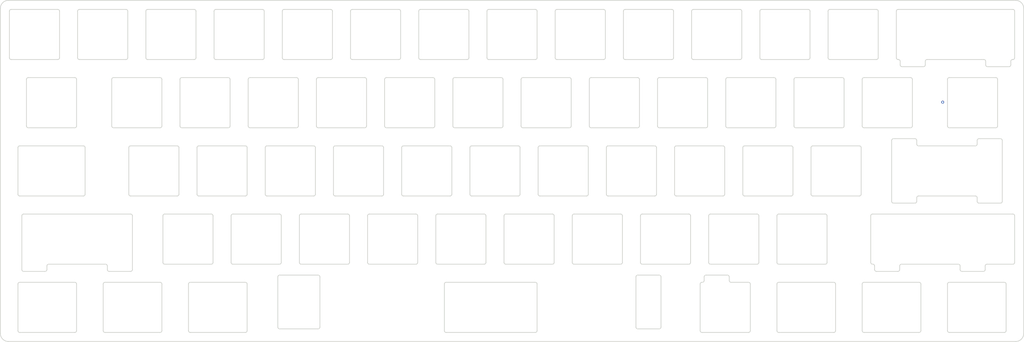
<source format=kicad_pcb>
(kicad_pcb (version 20171130) (host pcbnew "(5.1.4)-1")

  (general
    (thickness 1.6)
    (drawings 576)
    (tracks 1)
    (zones 0)
    (modules 0)
    (nets 1)
  )

  (page A4)
  (layers
    (0 F.Cu signal)
    (31 B.Cu signal)
    (32 B.Adhes user)
    (33 F.Adhes user)
    (34 B.Paste user)
    (35 F.Paste user)
    (36 B.SilkS user)
    (37 F.SilkS user)
    (38 B.Mask user)
    (39 F.Mask user)
    (40 Dwgs.User user)
    (41 Cmts.User user)
    (42 Eco1.User user)
    (43 Eco2.User user)
    (44 Edge.Cuts user)
    (45 Margin user)
    (46 B.CrtYd user)
    (47 F.CrtYd user)
    (48 B.Fab user)
    (49 F.Fab user)
  )

  (setup
    (last_trace_width 0.25)
    (trace_clearance 0.2)
    (zone_clearance 0.508)
    (zone_45_only no)
    (trace_min 0.2)
    (via_size 0.8)
    (via_drill 0.4)
    (via_min_size 0.4)
    (via_min_drill 0.3)
    (uvia_size 0.3)
    (uvia_drill 0.1)
    (uvias_allowed no)
    (uvia_min_size 0.2)
    (uvia_min_drill 0.1)
    (edge_width 0.05)
    (segment_width 0.2)
    (pcb_text_width 0.3)
    (pcb_text_size 1.5 1.5)
    (mod_edge_width 0.12)
    (mod_text_size 1 1)
    (mod_text_width 0.15)
    (pad_size 1.524 1.524)
    (pad_drill 0.762)
    (pad_to_mask_clearance 0.051)
    (solder_mask_min_width 0.25)
    (aux_axis_origin 0 0)
    (visible_elements 7FFFFFFF)
    (pcbplotparams
      (layerselection 0x010fc_ffffffff)
      (usegerberextensions false)
      (usegerberattributes false)
      (usegerberadvancedattributes false)
      (creategerberjobfile false)
      (excludeedgelayer true)
      (linewidth 0.100000)
      (plotframeref false)
      (viasonmask false)
      (mode 1)
      (useauxorigin false)
      (hpglpennumber 1)
      (hpglpenspeed 20)
      (hpglpendiameter 15.000000)
      (psnegative false)
      (psa4output false)
      (plotreference true)
      (plotvalue false)
      (plotinvisibletext false)
      (padsonsilk true)
      (subtractmaskfromsilk false)
      (outputformat 1)
      (mirror false)
      (drillshape 0)
      (scaleselection 1)
      (outputdirectory "./gerber"))
  )

  (net 0 "")

  (net_class Default "This is the default net class."
    (clearance 0.2)
    (trace_width 0.25)
    (via_dia 0.8)
    (via_drill 0.4)
    (uvia_dia 0.3)
    (uvia_drill 0.1)
  )

  (gr_line (start 53.5 57) (end 66.5 57) (layer Edge.Cuts) (width 0.2))
  (gr_line (start 15.4 57) (end 28.4 57) (layer Edge.Cuts) (width 0.2))
  (gr_line (start 172.0625 100.65) (end 172.0625 113.65) (layer Edge.Cuts) (width 0.2))
  (gr_line (start 34.45 57) (end 47.45 57) (layer Edge.Cuts) (width 0.2))
  (gr_line (start 28.9 43.5) (end 28.9 56.5) (layer Edge.Cuts) (width 0.2))
  (gr_line (start 95.8625 100.65) (end 95.8625 113.65) (layer Edge.Cuts) (width 0.2))
  (gr_arc (start 66.5 43.5) (end 67 43.5) (angle -90) (layer Edge.Cuts) (width 0.2))
  (gr_line (start 191.1125 100.65) (end 191.1125 113.65) (layer Edge.Cuts) (width 0.2))
  (gr_line (start 15.4 43) (end 28.4 43) (layer Edge.Cuts) (width 0.2))
  (gr_line (start 210.1625 100.65) (end 210.1625 113.65) (layer Edge.Cuts) (width 0.2))
  (gr_arc (start 28.4 43.5) (end 28.9 43.5) (angle -90) (layer Edge.Cuts) (width 0.2))
  (gr_line (start 114.9125 100.65) (end 114.9125 113.65) (layer Edge.Cuts) (width 0.2))
  (gr_arc (start 28.4 56.5) (end 28.4 57) (angle -90) (layer Edge.Cuts) (width 0.2))
  (gr_arc (start 17.78125 81.6) (end 17.78125 81.1) (angle -90) (layer Edge.Cuts) (width 0.2))
  (gr_line (start 72.55 57) (end 85.55 57) (layer Edge.Cuts) (width 0.2))
  (gr_arc (start 215.4 117.7) (end 215.9 117.7) (angle -90) (layer Edge.Cuts) (width 0.2))
  (gr_arc (start 80.7875 132.7) (end 80.7875 133.2) (angle -90) (layer Edge.Cuts) (width 0.2))
  (gr_arc (start 255.90625 100.65) (end 255.90625 100.15) (angle -90) (layer Edge.Cuts) (width 0.2))
  (gr_line (start 298.125 42.725) (end 298.125 133.475) (layer Edge.Cuts) (width 0.2))
  (gr_line (start 34.45 43) (end 47.45 43) (layer Edge.Cuts) (width 0.2))
  (gr_arc (start 33.1625 132.7) (end 33.1625 133.2) (angle -90) (layer Edge.Cuts) (width 0.2))
  (gr_line (start 153.0125 100.65) (end 153.0125 113.65) (layer Edge.Cuts) (width 0.2))
  (gr_arc (start 47.45 56.5) (end 47.45 57) (angle -90) (layer Edge.Cuts) (width 0.2))
  (gr_line (start 86.05 43.5) (end 86.05 56.5) (layer Edge.Cuts) (width 0.2))
  (gr_arc (start 85.55 56.5) (end 85.55 57) (angle -90) (layer Edge.Cuts) (width 0.2))
  (gr_arc (start 72.55 56.5) (end 72.05 56.5) (angle -90) (layer Edge.Cuts) (width 0.2))
  (gr_line (start 133.9625 100.65) (end 133.9625 113.65) (layer Edge.Cuts) (width 0.2))
  (gr_line (start 229.2125 100.65) (end 229.2125 113.65) (layer Edge.Cuts) (width 0.2))
  (gr_line (start 47.95 43.5) (end 47.95 56.5) (layer Edge.Cuts) (width 0.2))
  (gr_arc (start 15.4 43.5) (end 15.4 43) (angle -90) (layer Edge.Cuts) (width 0.2))
  (gr_arc (start 161.75 132.7) (end 161.75 133.2) (angle -90) (layer Edge.Cuts) (width 0.2))
  (gr_arc (start 15.4 56.5) (end 14.9 56.5) (angle -90) (layer Edge.Cuts) (width 0.2))
  (gr_arc (start 56.975 132.7) (end 56.975 133.2) (angle -90) (layer Edge.Cuts) (width 0.2))
  (gr_arc (start 53.5 43.5) (end 53.5 43) (angle -90) (layer Edge.Cuts) (width 0.2))
  (gr_line (start 53.5 43) (end 66.5 43) (layer Edge.Cuts) (width 0.2))
  (gr_line (start 67 43.5) (end 67 56.5) (layer Edge.Cuts) (width 0.2))
  (gr_arc (start 277.3375 119.7) (end 277.3375 119.2) (angle -90) (layer Edge.Cuts) (width 0.2))
  (gr_arc (start 47.45 43.5) (end 47.95 43.5) (angle -90) (layer Edge.Cuts) (width 0.2))
  (gr_line (start 196.84375 131.7) (end 196.84375 117.7) (layer Edge.Cuts) (width 0.2))
  (gr_arc (start 34.45 56.5) (end 33.95 56.5) (angle -90) (layer Edge.Cuts) (width 0.2))
  (gr_arc (start 66.5 56.5) (end 66.5 57) (angle -90) (layer Edge.Cuts) (width 0.2))
  (gr_arc (start 53.5 56.5) (end 53 56.5) (angle -90) (layer Edge.Cuts) (width 0.2))
  (gr_arc (start 34.45 43.5) (end 34.45 43) (angle -90) (layer Edge.Cuts) (width 0.2))
  (gr_arc (start 101.1 131.7) (end 101.1 132.2) (angle -90) (layer Edge.Cuts) (width 0.2))
  (gr_arc (start 253.525 119.7) (end 253.525 119.2) (angle -90) (layer Edge.Cuts) (width 0.2))
  (gr_arc (start 229.7125 119.7) (end 229.7125 119.2) (angle -90) (layer Edge.Cuts) (width 0.2))
  (gr_line (start 233.975 62.55) (end 233.975 75.55) (layer Edge.Cuts) (width 0.2))
  (gr_line (start 214.925 62.55) (end 214.925 75.55) (layer Edge.Cuts) (width 0.2))
  (gr_line (start 195.875 62.55) (end 195.875 75.55) (layer Edge.Cuts) (width 0.2))
  (gr_line (start 176.825 62.55) (end 176.825 75.55) (layer Edge.Cuts) (width 0.2))
  (gr_line (start 157.775 62.55) (end 157.775 75.55) (layer Edge.Cuts) (width 0.2))
  (gr_line (start 43.475 62.55) (end 43.475 75.55) (layer Edge.Cuts) (width 0.2))
  (gr_line (start 62.525 62.55) (end 62.525 75.55) (layer Edge.Cuts) (width 0.2))
  (gr_line (start 76.8125 100.65) (end 76.8125 113.65) (layer Edge.Cuts) (width 0.2))
  (gr_line (start 57.7625 100.65) (end 57.7625 113.65) (layer Edge.Cuts) (width 0.2))
  (gr_line (start 81.575 62.55) (end 81.575 75.55) (layer Edge.Cuts) (width 0.2))
  (gr_line (start 276.8375 62.55) (end 276.8375 75.55) (layer Edge.Cuts) (width 0.2))
  (gr_line (start 42.24425 114.65) (end 42.24425 115.65) (layer Edge.Cuts) (width 0.2))
  (gr_line (start 285.13175 95.6) (end 285.13175 96.6) (layer Edge.Cuts) (width 0.2))
  (gr_line (start 238.7375 81.6) (end 238.7375 94.6) (layer Edge.Cuts) (width 0.2))
  (gr_line (start 219.6875 81.6) (end 219.6875 94.6) (layer Edge.Cuts) (width 0.2))
  (gr_line (start 200.6375 81.6) (end 200.6375 94.6) (layer Edge.Cuts) (width 0.2))
  (gr_line (start 253.025 62.55) (end 253.025 75.55) (layer Edge.Cuts) (width 0.2))
  (gr_line (start 48.2375 81.6) (end 48.2375 94.6) (layer Edge.Cuts) (width 0.2))
  (gr_line (start 181.5875 81.6) (end 181.5875 94.6) (layer Edge.Cuts) (width 0.2))
  (gr_line (start 162.5375 81.6) (end 162.5375 94.6) (layer Edge.Cuts) (width 0.2))
  (gr_line (start 86.3375 81.6) (end 86.3375 94.6) (layer Edge.Cuts) (width 0.2))
  (gr_line (start 138.725 62.55) (end 138.725 75.55) (layer Edge.Cuts) (width 0.2))
  (gr_line (start 143.4875 81.6) (end 143.4875 94.6) (layer Edge.Cuts) (width 0.2))
  (gr_line (start 105.3875 81.6) (end 105.3875 94.6) (layer Edge.Cuts) (width 0.2))
  (gr_line (start 119.675 62.55) (end 119.675 75.55) (layer Edge.Cuts) (width 0.2))
  (gr_line (start 100.625 62.55) (end 100.625 75.55) (layer Edge.Cuts) (width 0.2))
  (gr_line (start 124.4375 81.6) (end 124.4375 94.6) (layer Edge.Cuts) (width 0.2))
  (gr_line (start 67.2875 81.6) (end 67.2875 94.6) (layer Edge.Cuts) (width 0.2))
  (gr_arc (start 295.875 133.475) (end 295.875 135.725) (angle -90) (layer Edge.Cuts) (width 0.2))
  (gr_arc (start 295.875 42.725) (end 298.125 42.725) (angle -90) (layer Edge.Cuts) (width 0.2))
  (gr_arc (start 271.137 57.5) (end 271.137 57) (angle -90) (layer Edge.Cuts) (width 0.2))
  (gr_arc (start 295.013 57.5) (end 295.013 57) (angle -90) (layer Edge.Cuts) (width 0.2))
  (gr_line (start 167.3 43.5) (end 167.3 56.5) (layer Edge.Cuts) (width 0.2))
  (gr_line (start 110.15 43.5) (end 110.15 56.5) (layer Edge.Cuts) (width 0.2))
  (gr_arc (start 48.74425 100.65) (end 49.24425 100.65) (angle -90) (layer Edge.Cuts) (width 0.2))
  (gr_arc (start 268.75575 80.6) (end 268.25575 80.6) (angle -90) (layer Edge.Cuts) (width 0.2))
  (gr_arc (start 18.86825 100.65) (end 18.86825 100.15) (angle -90) (layer Edge.Cuts) (width 0.2))
  (gr_arc (start 287.86925 114.65) (end 287.86925 114.15) (angle -90) (layer Edge.Cuts) (width 0.2))
  (gr_arc (start 255.99325 114.65) (end 256.49325 114.65) (angle -90) (layer Edge.Cuts) (width 0.2))
  (gr_arc (start 287.013 57.5) (end 287.513 57.5) (angle -90) (layer Edge.Cuts) (width 0.2))
  (gr_line (start 72.05 43.5) (end 72.05 56.5) (layer Edge.Cuts) (width 0.2))
  (gr_arc (start 268.75575 95.6) (end 268.75575 95.1) (angle -90) (layer Edge.Cuts) (width 0.2))
  (gr_line (start 19.6625 62.55) (end 19.6625 75.55) (layer Edge.Cuts) (width 0.2))
  (gr_line (start 148.25 43.5) (end 148.25 56.5) (layer Edge.Cuts) (width 0.2))
  (gr_line (start 243.5 43.5) (end 243.5 56.5) (layer Edge.Cuts) (width 0.2))
  (gr_arc (start 284.63175 95.6) (end 285.13175 95.6) (angle -90) (layer Edge.Cuts) (width 0.2))
  (gr_line (start 224.45 43.5) (end 224.45 56.5) (layer Edge.Cuts) (width 0.2))
  (gr_arc (start 14.625 42.725) (end 14.625 40.475) (angle -90) (layer Edge.Cuts) (width 0.2))
  (gr_arc (start 14.625 133.475) (end 12.375 133.475) (angle -90) (layer Edge.Cuts) (width 0.2))
  (gr_arc (start 284.63175 80.6) (end 284.63175 81.1) (angle -90) (layer Edge.Cuts) (width 0.2))
  (gr_line (start 205.4 43.5) (end 205.4 56.5) (layer Edge.Cuts) (width 0.2))
  (gr_line (start 186.35 43.5) (end 186.35 56.5) (layer Edge.Cuts) (width 0.2))
  (gr_line (start 91.1 43.5) (end 91.1 56.5) (layer Edge.Cuts) (width 0.2))
  (gr_arc (start 25.86825 114.65) (end 25.86825 114.15) (angle -90) (layer Edge.Cuts) (width 0.2))
  (gr_arc (start 263.99325 114.65) (end 263.99325 114.15) (angle -90) (layer Edge.Cuts) (width 0.2))
  (gr_arc (start 263.137 57.5) (end 263.637 57.5) (angle -90) (layer Edge.Cuts) (width 0.2))
  (gr_line (start 129.2 43.5) (end 129.2 56.5) (layer Edge.Cuts) (width 0.2))
  (gr_line (start 53 43.5) (end 53 56.5) (layer Edge.Cuts) (width 0.2))
  (gr_line (start 33.95 43.5) (end 33.95 56.5) (layer Edge.Cuts) (width 0.2))
  (gr_line (start 14.9 43.5) (end 14.9 56.5) (layer Edge.Cuts) (width 0.2))
  (gr_arc (start 263.05 43.5) (end 263.05 43) (angle -90) (layer Edge.Cuts) (width 0.2))
  (gr_arc (start 279.86925 114.65) (end 280.36925 114.65) (angle -90) (layer Edge.Cuts) (width 0.2))
  (gr_arc (start 216.4 118.7) (end 215.9 118.7) (angle -90) (layer Edge.Cuts) (width 0.2))
  (gr_arc (start 41.74425 114.65) (end 42.24425 114.65) (angle -90) (layer Edge.Cuts) (width 0.2))
  (gr_arc (start 208.4 118.7) (end 208.4 119.2) (angle -90) (layer Edge.Cuts) (width 0.2))
  (gr_arc (start 295.1 43.5) (end 295.6 43.5) (angle -90) (layer Edge.Cuts) (width 0.2))
  (gr_line (start 263.05 43) (end 295.1 43) (layer Edge.Cuts) (width 0.2))
  (gr_line (start 295.6 43.5) (end 295.6 56.5) (layer Edge.Cuts) (width 0.2))
  (gr_line (start 262.55 43.5) (end 262.55 56.5) (layer Edge.Cuts) (width 0.2))
  (gr_line (start 287.36925 114.65) (end 287.36925 115.65) (layer Edge.Cuts) (width 0.2))
  (gr_line (start 263.637 57.5) (end 263.637 58.5) (layer Edge.Cuts) (width 0.2))
  (gr_arc (start 280.86925 115.65) (end 280.36925 115.65) (angle -90) (layer Edge.Cuts) (width 0.2))
  (gr_arc (start 35.54375 94.6) (end 35.54375 95.1) (angle -90) (layer Edge.Cuts) (width 0.2))
  (gr_arc (start 245.09375 132.7) (end 245.09375 133.2) (angle -90) (layer Edge.Cuts) (width 0.2))
  (gr_line (start 17.78125 95.1) (end 35.54375 95.1) (layer Edge.Cuts) (width 0.2))
  (gr_line (start 295.6 100.65) (end 295.6 113.65) (layer Edge.Cuts) (width 0.2))
  (gr_line (start 280.86925 116.15) (end 286.86925 116.15) (layer Edge.Cuts) (width 0.2))
  (gr_arc (start 295.1 113.65) (end 295.1 114.15) (angle -90) (layer Edge.Cuts) (width 0.2))
  (gr_arc (start 245.09375 119.7) (end 245.59375 119.7) (angle -90) (layer Edge.Cuts) (width 0.2))
  (gr_line (start 280.36925 114.65) (end 280.36925 115.65) (layer Edge.Cuts) (width 0.2))
  (gr_line (start 229.7125 119.2) (end 245.09375 119.2) (layer Edge.Cuts) (width 0.2))
  (gr_line (start 17.78125 81.1) (end 35.54375 81.1) (layer Edge.Cuts) (width 0.2))
  (gr_line (start 256.49325 114.65) (end 256.49325 115.65) (layer Edge.Cuts) (width 0.2))
  (gr_arc (start 90.34375 117.7) (end 90.34375 117.2) (angle -90) (layer Edge.Cuts) (width 0.2))
  (gr_line (start 101.6 131.7) (end 101.6 117.7) (layer Edge.Cuts) (width 0.2))
  (gr_arc (start 295.1 56.5) (end 295.1 57) (angle -90) (layer Edge.Cuts) (width 0.2))
  (gr_line (start 288.013 59) (end 294.013 59) (layer Edge.Cuts) (width 0.2))
  (gr_arc (start 295.1 100.65) (end 295.6 100.65) (angle -90) (layer Edge.Cuts) (width 0.2))
  (gr_line (start 295.013 57) (end 295.1 57) (layer Edge.Cuts) (width 0.2))
  (gr_arc (start 263.05 56.5) (end 262.55 56.5) (angle -90) (layer Edge.Cuts) (width 0.2))
  (gr_line (start 287.86925 114.15) (end 295.1 114.15) (layer Edge.Cuts) (width 0.2))
  (gr_arc (start 35.54375 81.6) (end 36.04375 81.6) (angle -90) (layer Edge.Cuts) (width 0.2))
  (gr_line (start 89.84375 131.7) (end 89.84375 117.7) (layer Edge.Cuts) (width 0.2))
  (gr_line (start 294.513 57.5) (end 294.513 58.5) (layer Edge.Cuts) (width 0.2))
  (gr_line (start 263.99325 114.15) (end 279.86925 114.15) (layer Edge.Cuts) (width 0.2))
  (gr_line (start 256.99325 116.15) (end 262.99325 116.15) (layer Edge.Cuts) (width 0.2))
  (gr_arc (start 90.34375 131.7) (end 89.84375 131.7) (angle -90) (layer Edge.Cuts) (width 0.2))
  (gr_arc (start 286.86925 115.65) (end 286.86925 116.15) (angle -90) (layer Edge.Cuts) (width 0.2))
  (gr_arc (start 262.99325 115.65) (end 262.99325 116.15) (angle -90) (layer Edge.Cuts) (width 0.2))
  (gr_line (start 229.7125 133.2) (end 245.09375 133.2) (layer Edge.Cuts) (width 0.2))
  (gr_arc (start 256.99325 115.65) (end 256.49325 115.65) (angle -90) (layer Edge.Cuts) (width 0.2))
  (gr_arc (start 229.7125 132.7) (end 229.2125 132.7) (angle -90) (layer Edge.Cuts) (width 0.2))
  (gr_line (start 101.1 132.2) (end 90.34375 132.2) (layer Edge.Cuts) (width 0.2))
  (gr_arc (start 294.013 58.5) (end 294.013 59) (angle -90) (layer Edge.Cuts) (width 0.2))
  (gr_line (start 263.05 57) (end 263.137 57) (layer Edge.Cuts) (width 0.2))
  (gr_arc (start 288.013 58.5) (end 287.513 58.5) (angle -90) (layer Edge.Cuts) (width 0.2))
  (gr_line (start 271.137 57) (end 287.013 57) (layer Edge.Cuts) (width 0.2))
  (gr_line (start 270.637 57.5) (end 270.637 58.5) (layer Edge.Cuts) (width 0.2))
  (gr_line (start 36.04375 81.6) (end 36.04375 94.6) (layer Edge.Cuts) (width 0.2))
  (gr_arc (start 101.1 117.7) (end 101.6 117.7) (angle -90) (layer Edge.Cuts) (width 0.2))
  (gr_arc (start 264.137 58.5) (end 263.637 58.5) (angle -90) (layer Edge.Cuts) (width 0.2))
  (gr_arc (start 17.78125 94.6) (end 17.28125 94.6) (angle -90) (layer Edge.Cuts) (width 0.2))
  (gr_arc (start 270.137 58.5) (end 270.137 59) (angle -90) (layer Edge.Cuts) (width 0.2))
  (gr_line (start 264.137 59) (end 270.137 59) (layer Edge.Cuts) (width 0.2))
  (gr_line (start 263.49325 114.65) (end 263.49325 115.65) (layer Edge.Cuts) (width 0.2))
  (gr_line (start 17.28125 81.6) (end 17.28125 94.6) (layer Edge.Cuts) (width 0.2))
  (gr_line (start 229.2125 119.7) (end 229.2125 132.7) (layer Edge.Cuts) (width 0.2))
  (gr_line (start 255.90625 100.15) (end 295.1 100.15) (layer Edge.Cuts) (width 0.2))
  (gr_line (start 255.90625 114.15) (end 255.99325 114.15) (layer Edge.Cuts) (width 0.2))
  (gr_arc (start 255.90625 113.65) (end 255.40625 113.65) (angle -90) (layer Edge.Cuts) (width 0.2))
  (gr_line (start 255.40625 100.65) (end 255.40625 113.65) (layer Edge.Cuts) (width 0.2))
  (gr_line (start 245.59375 119.7) (end 245.59375 132.7) (layer Edge.Cuts) (width 0.2))
  (gr_line (start 101.1 117.2) (end 90.34375 117.2) (layer Edge.Cuts) (width 0.2))
  (gr_line (start 253.525 119.2) (end 268.90625 119.2) (layer Edge.Cuts) (width 0.2))
  (gr_line (start 287.513 57.5) (end 287.513 58.5) (layer Edge.Cuts) (width 0.2))
  (gr_line (start 207.78125 119.7) (end 207.78125 132.7) (layer Edge.Cuts) (width 0.2))
  (gr_line (start 196.34375 117.2) (end 190.34375 117.2) (layer Edge.Cuts) (width 0.2))
  (gr_arc (start 196.34375 131.7) (end 196.34375 132.2) (angle -90) (layer Edge.Cuts) (width 0.2))
  (gr_line (start 136.34375 119.7) (end 136.34375 132.7) (layer Edge.Cuts) (width 0.2))
  (gr_arc (start 209.4 117.7) (end 209.4 117.2) (angle -90) (layer Edge.Cuts) (width 0.2))
  (gr_line (start 189.84375 131.7) (end 189.84375 117.7) (layer Edge.Cuts) (width 0.2))
  (gr_arc (start 136.84375 119.7) (end 136.84375 119.2) (angle -90) (layer Edge.Cuts) (width 0.2))
  (gr_arc (start 41.59375 119.7) (end 41.59375 119.2) (angle -90) (layer Edge.Cuts) (width 0.2))
  (gr_line (start 81.2875 119.7) (end 81.2875 132.7) (layer Edge.Cuts) (width 0.2))
  (gr_line (start 17.78125 133.2) (end 33.1625 133.2) (layer Edge.Cuts) (width 0.2))
  (gr_line (start 41.09375 119.7) (end 41.09375 132.7) (layer Edge.Cuts) (width 0.2))
  (gr_arc (start 253.525 132.7) (end 253.025 132.7) (angle -90) (layer Edge.Cuts) (width 0.2))
  (gr_line (start 41.59375 133.2) (end 56.975 133.2) (layer Edge.Cuts) (width 0.2))
  (gr_line (start 208.28125 133.2) (end 221.28125 133.2) (layer Edge.Cuts) (width 0.2))
  (gr_arc (start 292.71875 119.7) (end 293.21875 119.7) (angle -90) (layer Edge.Cuts) (width 0.2))
  (gr_line (start 208.9 118.7) (end 208.9 117.7) (layer Edge.Cuts) (width 0.2))
  (gr_arc (start 17.78125 132.7) (end 17.28125 132.7) (angle -90) (layer Edge.Cuts) (width 0.2))
  (gr_line (start 293.21875 119.7) (end 293.21875 132.7) (layer Edge.Cuts) (width 0.2))
  (gr_line (start 14.625 40.475) (end 295.875 40.475) (layer Edge.Cuts) (width 0.2))
  (gr_line (start 12.375 42.725) (end 12.375 133.475) (layer Edge.Cuts) (width 0.2))
  (gr_line (start 216.4 119.2) (end 221.28125 119.2) (layer Edge.Cuts) (width 0.2))
  (gr_line (start 221.78125 119.7) (end 221.78125 132.7) (layer Edge.Cuts) (width 0.2))
  (gr_arc (start 190.34375 117.7) (end 190.34375 117.2) (angle -90) (layer Edge.Cuts) (width 0.2))
  (gr_line (start 65.40625 119.2) (end 80.7875 119.2) (layer Edge.Cuts) (width 0.2))
  (gr_arc (start 56.975 119.7) (end 57.475 119.7) (angle -90) (layer Edge.Cuts) (width 0.2))
  (gr_arc (start 221.28125 132.7) (end 221.28125 133.2) (angle -90) (layer Edge.Cuts) (width 0.2))
  (gr_arc (start 33.1625 119.7) (end 33.6625 119.7) (angle -90) (layer Edge.Cuts) (width 0.2))
  (gr_line (start 215.4 117.2) (end 209.4 117.2) (layer Edge.Cuts) (width 0.2))
  (gr_arc (start 41.59375 132.7) (end 41.09375 132.7) (angle -90) (layer Edge.Cuts) (width 0.2))
  (gr_arc (start 208.28125 119.7) (end 208.28125 119.2) (angle -90) (layer Edge.Cuts) (width 0.2))
  (gr_arc (start 190.34375 131.7) (end 189.84375 131.7) (angle -90) (layer Edge.Cuts) (width 0.2))
  (gr_line (start 208.28125 119.2) (end 208.4 119.2) (layer Edge.Cuts) (width 0.2))
  (gr_arc (start 161.75 119.7) (end 162.25 119.7) (angle -90) (layer Edge.Cuts) (width 0.2))
  (gr_line (start 41.59375 119.2) (end 56.975 119.2) (layer Edge.Cuts) (width 0.2))
  (gr_arc (start 17.78125 119.7) (end 17.78125 119.2) (angle -90) (layer Edge.Cuts) (width 0.2))
  (gr_line (start 64.90625 119.7) (end 64.90625 132.7) (layer Edge.Cuts) (width 0.2))
  (gr_line (start 17.78125 119.2) (end 33.1625 119.2) (layer Edge.Cuts) (width 0.2))
  (gr_line (start 17.28125 119.7) (end 17.28125 132.7) (layer Edge.Cuts) (width 0.2))
  (gr_arc (start 196.34375 117.7) (end 196.84375 117.7) (angle -90) (layer Edge.Cuts) (width 0.2))
  (gr_line (start 277.3375 119.2) (end 292.71875 119.2) (layer Edge.Cuts) (width 0.2))
  (gr_line (start 215.9 118.7) (end 215.9 117.7) (layer Edge.Cuts) (width 0.2))
  (gr_arc (start 221.28125 119.7) (end 221.78125 119.7) (angle -90) (layer Edge.Cuts) (width 0.2))
  (gr_arc (start 136.84375 132.7) (end 136.34375 132.7) (angle -90) (layer Edge.Cuts) (width 0.2))
  (gr_line (start 162.25 119.7) (end 162.25 132.7) (layer Edge.Cuts) (width 0.2))
  (gr_line (start 65.40625 133.2) (end 80.7875 133.2) (layer Edge.Cuts) (width 0.2))
  (gr_arc (start 80.7875 119.7) (end 81.2875 119.7) (angle -90) (layer Edge.Cuts) (width 0.2))
  (gr_line (start 276.8375 119.7) (end 276.8375 132.7) (layer Edge.Cuts) (width 0.2))
  (gr_line (start 196.34375 132.2) (end 190.34375 132.2) (layer Edge.Cuts) (width 0.2))
  (gr_line (start 136.84375 119.2) (end 161.75 119.2) (layer Edge.Cuts) (width 0.2))
  (gr_line (start 33.6625 119.7) (end 33.6625 132.7) (layer Edge.Cuts) (width 0.2))
  (gr_line (start 136.84375 133.2) (end 161.75 133.2) (layer Edge.Cuts) (width 0.2))
  (gr_line (start 57.475 119.7) (end 57.475 132.7) (layer Edge.Cuts) (width 0.2))
  (gr_arc (start 268.90625 119.7) (end 269.40625 119.7) (angle -90) (layer Edge.Cuts) (width 0.2))
  (gr_line (start 14.625 135.725) (end 295.875 135.725) (layer Edge.Cuts) (width 0.2))
  (gr_line (start 269.40625 119.7) (end 269.40625 132.7) (layer Edge.Cuts) (width 0.2))
  (gr_arc (start 268.90625 132.7) (end 268.90625 133.2) (angle -90) (layer Edge.Cuts) (width 0.2))
  (gr_line (start 253.525 133.2) (end 268.90625 133.2) (layer Edge.Cuts) (width 0.2))
  (gr_line (start 253.025 119.7) (end 253.025 132.7) (layer Edge.Cuts) (width 0.2))
  (gr_arc (start 65.40625 132.7) (end 64.90625 132.7) (angle -90) (layer Edge.Cuts) (width 0.2))
  (gr_arc (start 292.71875 132.7) (end 292.71875 133.2) (angle -90) (layer Edge.Cuts) (width 0.2))
  (gr_arc (start 277.3375 132.7) (end 276.8375 132.7) (angle -90) (layer Edge.Cuts) (width 0.2))
  (gr_arc (start 65.40625 119.7) (end 65.40625 119.2) (angle -90) (layer Edge.Cuts) (width 0.2))
  (gr_line (start 277.3375 133.2) (end 292.71875 133.2) (layer Edge.Cuts) (width 0.2))
  (gr_arc (start 208.28125 132.7) (end 207.78125 132.7) (angle -90) (layer Edge.Cuts) (width 0.2))
  (gr_line (start 229.7125 100.15) (end 242.7125 100.15) (layer Edge.Cuts) (width 0.2))
  (gr_arc (start 242.7125 100.65) (end 243.2125 100.65) (angle -90) (layer Edge.Cuts) (width 0.2))
  (gr_arc (start 134.4625 113.65) (end 133.9625 113.65) (angle -90) (layer Edge.Cuts) (width 0.2))
  (gr_arc (start 77.3125 100.65) (end 77.3125 100.15) (angle -90) (layer Edge.Cuts) (width 0.2))
  (gr_arc (start 242.7125 113.65) (end 242.7125 114.15) (angle -90) (layer Edge.Cuts) (width 0.2))
  (gr_line (start 210.6625 114.15) (end 223.6625 114.15) (layer Edge.Cuts) (width 0.2))
  (gr_line (start 77.3125 114.15) (end 90.3125 114.15) (layer Edge.Cuts) (width 0.2))
  (gr_line (start 191.6125 114.15) (end 204.6125 114.15) (layer Edge.Cuts) (width 0.2))
  (gr_line (start 96.3625 114.15) (end 109.3625 114.15) (layer Edge.Cuts) (width 0.2))
  (gr_line (start 229.7125 114.15) (end 242.7125 114.15) (layer Edge.Cuts) (width 0.2))
  (gr_line (start 77.3125 100.15) (end 90.3125 100.15) (layer Edge.Cuts) (width 0.2))
  (gr_arc (start 204.6125 100.65) (end 205.1125 100.65) (angle -90) (layer Edge.Cuts) (width 0.2))
  (gr_arc (start 229.7125 113.65) (end 229.2125 113.65) (angle -90) (layer Edge.Cuts) (width 0.2))
  (gr_arc (start 191.6125 113.65) (end 191.1125 113.65) (angle -90) (layer Edge.Cuts) (width 0.2))
  (gr_line (start 115.4125 100.15) (end 128.4125 100.15) (layer Edge.Cuts) (width 0.2))
  (gr_arc (start 210.6625 100.65) (end 210.6625 100.15) (angle -90) (layer Edge.Cuts) (width 0.2))
  (gr_arc (start 191.6125 100.65) (end 191.6125 100.15) (angle -90) (layer Edge.Cuts) (width 0.2))
  (gr_arc (start 90.3125 100.65) (end 90.8125 100.65) (angle -90) (layer Edge.Cuts) (width 0.2))
  (gr_arc (start 58.2625 100.65) (end 58.2625 100.15) (angle -90) (layer Edge.Cuts) (width 0.2))
  (gr_line (start 210.6625 100.15) (end 223.6625 100.15) (layer Edge.Cuts) (width 0.2))
  (gr_arc (start 223.6625 113.65) (end 223.6625 114.15) (angle -90) (layer Edge.Cuts) (width 0.2))
  (gr_line (start 167.0125 100.65) (end 167.0125 113.65) (layer Edge.Cuts) (width 0.2))
  (gr_line (start 191.6125 100.15) (end 204.6125 100.15) (layer Edge.Cuts) (width 0.2))
  (gr_arc (start 109.3625 113.65) (end 109.3625 114.15) (angle -90) (layer Edge.Cuts) (width 0.2))
  (gr_arc (start 90.3125 113.65) (end 90.3125 114.15) (angle -90) (layer Edge.Cuts) (width 0.2))
  (gr_arc (start 223.6625 100.65) (end 224.1625 100.65) (angle -90) (layer Edge.Cuts) (width 0.2))
  (gr_line (start 224.1625 100.65) (end 224.1625 113.65) (layer Edge.Cuts) (width 0.2))
  (gr_arc (start 172.5625 100.65) (end 172.5625 100.15) (angle -90) (layer Edge.Cuts) (width 0.2))
  (gr_line (start 172.5625 100.15) (end 185.5625 100.15) (layer Edge.Cuts) (width 0.2))
  (gr_line (start 134.4625 114.15) (end 147.4625 114.15) (layer Edge.Cuts) (width 0.2))
  (gr_arc (start 77.3125 113.65) (end 76.8125 113.65) (angle -90) (layer Edge.Cuts) (width 0.2))
  (gr_line (start 186.0625 100.65) (end 186.0625 113.65) (layer Edge.Cuts) (width 0.2))
  (gr_arc (start 166.5125 100.65) (end 167.0125 100.65) (angle -90) (layer Edge.Cuts) (width 0.2))
  (gr_line (start 172.5625 114.15) (end 185.5625 114.15) (layer Edge.Cuts) (width 0.2))
  (gr_arc (start 109.3625 100.65) (end 109.8625 100.65) (angle -90) (layer Edge.Cuts) (width 0.2))
  (gr_line (start 90.8125 100.65) (end 90.8125 113.65) (layer Edge.Cuts) (width 0.2))
  (gr_line (start 153.5125 114.15) (end 166.5125 114.15) (layer Edge.Cuts) (width 0.2))
  (gr_arc (start 134.4625 100.65) (end 134.4625 100.15) (angle -90) (layer Edge.Cuts) (width 0.2))
  (gr_arc (start 147.4625 100.65) (end 147.9625 100.65) (angle -90) (layer Edge.Cuts) (width 0.2))
  (gr_line (start 134.4625 100.15) (end 147.4625 100.15) (layer Edge.Cuts) (width 0.2))
  (gr_arc (start 115.4125 100.65) (end 115.4125 100.15) (angle -90) (layer Edge.Cuts) (width 0.2))
  (gr_line (start 128.9125 100.65) (end 128.9125 113.65) (layer Edge.Cuts) (width 0.2))
  (gr_line (start 109.8625 100.65) (end 109.8625 113.65) (layer Edge.Cuts) (width 0.2))
  (gr_line (start 147.9625 100.65) (end 147.9625 113.65) (layer Edge.Cuts) (width 0.2))
  (gr_arc (start 128.4125 100.65) (end 128.9125 100.65) (angle -90) (layer Edge.Cuts) (width 0.2))
  (gr_line (start 96.3625 100.15) (end 109.3625 100.15) (layer Edge.Cuts) (width 0.2))
  (gr_arc (start 128.4125 113.65) (end 128.4125 114.15) (angle -90) (layer Edge.Cuts) (width 0.2))
  (gr_line (start 115.4125 114.15) (end 128.4125 114.15) (layer Edge.Cuts) (width 0.2))
  (gr_arc (start 96.3625 100.65) (end 96.3625 100.15) (angle -90) (layer Edge.Cuts) (width 0.2))
  (gr_arc (start 210.6625 113.65) (end 210.1625 113.65) (angle -90) (layer Edge.Cuts) (width 0.2))
  (gr_line (start 205.1125 100.65) (end 205.1125 113.65) (layer Edge.Cuts) (width 0.2))
  (gr_arc (start 204.6125 113.65) (end 204.6125 114.15) (angle -90) (layer Edge.Cuts) (width 0.2))
  (gr_arc (start 185.5625 100.65) (end 186.0625 100.65) (angle -90) (layer Edge.Cuts) (width 0.2))
  (gr_arc (start 185.5625 113.65) (end 185.5625 114.15) (angle -90) (layer Edge.Cuts) (width 0.2))
  (gr_arc (start 172.5625 113.65) (end 172.0625 113.65) (angle -90) (layer Edge.Cuts) (width 0.2))
  (gr_arc (start 153.5125 100.65) (end 153.5125 100.15) (angle -90) (layer Edge.Cuts) (width 0.2))
  (gr_arc (start 166.5125 113.65) (end 166.5125 114.15) (angle -90) (layer Edge.Cuts) (width 0.2))
  (gr_arc (start 229.7125 100.65) (end 229.7125 100.15) (angle -90) (layer Edge.Cuts) (width 0.2))
  (gr_line (start 243.2125 100.65) (end 243.2125 113.65) (layer Edge.Cuts) (width 0.2))
  (gr_arc (start 153.5125 113.65) (end 153.0125 113.65) (angle -90) (layer Edge.Cuts) (width 0.2))
  (gr_line (start 153.5125 100.15) (end 166.5125 100.15) (layer Edge.Cuts) (width 0.2))
  (gr_arc (start 147.4625 113.65) (end 147.4625 114.15) (angle -90) (layer Edge.Cuts) (width 0.2))
  (gr_arc (start 115.4125 113.65) (end 114.9125 113.65) (angle -90) (layer Edge.Cuts) (width 0.2))
  (gr_arc (start 96.3625 113.65) (end 95.8625 113.65) (angle -90) (layer Edge.Cuts) (width 0.2))
  (gr_arc (start 137.9375 94.6) (end 137.9375 95.1) (angle -90) (layer Edge.Cuts) (width 0.2))
  (gr_arc (start 253.525 62.55) (end 253.525 62.05) (angle -90) (layer Edge.Cuts) (width 0.2))
  (gr_line (start 124.9375 81.1) (end 137.9375 81.1) (layer Edge.Cuts) (width 0.2))
  (gr_arc (start 105.8875 81.6) (end 105.8875 81.1) (angle -90) (layer Edge.Cuts) (width 0.2))
  (gr_arc (start 137.9375 81.6) (end 138.4375 81.6) (angle -90) (layer Edge.Cuts) (width 0.2))
  (gr_arc (start 48.7375 81.6) (end 48.7375 81.1) (angle -90) (layer Edge.Cuts) (width 0.2))
  (gr_line (start 290.8375 62.55) (end 290.8375 75.55) (layer Edge.Cuts) (width 0.2))
  (gr_arc (start 124.9375 94.6) (end 124.4375 94.6) (angle -90) (layer Edge.Cuts) (width 0.2))
  (gr_line (start 105.8875 81.1) (end 118.8875 81.1) (layer Edge.Cuts) (width 0.2))
  (gr_line (start 67.7875 95.1) (end 80.7875 95.1) (layer Edge.Cuts) (width 0.2))
  (gr_line (start 277.3375 62.05) (end 290.3375 62.05) (layer Edge.Cuts) (width 0.2))
  (gr_arc (start 80.7875 94.6) (end 80.7875 95.1) (angle -90) (layer Edge.Cuts) (width 0.2))
  (gr_line (start 48.7375 95.1) (end 61.7375 95.1) (layer Edge.Cuts) (width 0.2))
  (gr_line (start 163.0375 95.1) (end 176.0375 95.1) (layer Edge.Cuts) (width 0.2))
  (gr_arc (start 86.8375 81.6) (end 86.8375 81.1) (angle -90) (layer Edge.Cuts) (width 0.2))
  (gr_arc (start 67.7875 81.6) (end 67.7875 81.1) (angle -90) (layer Edge.Cuts) (width 0.2))
  (gr_line (start 81.2875 81.6) (end 81.2875 94.6) (layer Edge.Cuts) (width 0.2))
  (gr_arc (start 156.9875 94.6) (end 156.9875 95.1) (angle -90) (layer Edge.Cuts) (width 0.2))
  (gr_arc (start 277.3375 62.55) (end 277.3375 62.05) (angle -90) (layer Edge.Cuts) (width 0.2))
  (gr_arc (start 290.3375 62.55) (end 290.8375 62.55) (angle -90) (layer Edge.Cuts) (width 0.2))
  (gr_line (start 277.3375 76.05) (end 290.3375 76.05) (layer Edge.Cuts) (width 0.2))
  (gr_arc (start 124.9375 81.6) (end 124.9375 81.1) (angle -90) (layer Edge.Cuts) (width 0.2))
  (gr_line (start 138.4375 81.6) (end 138.4375 94.6) (layer Edge.Cuts) (width 0.2))
  (gr_line (start 124.9375 95.1) (end 137.9375 95.1) (layer Edge.Cuts) (width 0.2))
  (gr_arc (start 86.8375 94.6) (end 86.3375 94.6) (angle -90) (layer Edge.Cuts) (width 0.2))
  (gr_arc (start 118.8875 81.6) (end 119.3875 81.6) (angle -90) (layer Edge.Cuts) (width 0.2))
  (gr_arc (start 277.3375 75.55) (end 276.8375 75.55) (angle -90) (layer Edge.Cuts) (width 0.2))
  (gr_line (start 105.8875 95.1) (end 118.8875 95.1) (layer Edge.Cuts) (width 0.2))
  (gr_line (start 86.8375 95.1) (end 99.8375 95.1) (layer Edge.Cuts) (width 0.2))
  (gr_arc (start 118.8875 94.6) (end 118.8875 95.1) (angle -90) (layer Edge.Cuts) (width 0.2))
  (gr_arc (start 105.8875 94.6) (end 105.3875 94.6) (angle -90) (layer Edge.Cuts) (width 0.2))
  (gr_line (start 48.7375 81.1) (end 61.7375 81.1) (layer Edge.Cuts) (width 0.2))
  (gr_arc (start 99.8375 94.6) (end 99.8375 95.1) (angle -90) (layer Edge.Cuts) (width 0.2))
  (gr_arc (start 61.7375 81.6) (end 62.2375 81.6) (angle -90) (layer Edge.Cuts) (width 0.2))
  (gr_arc (start 48.7375 94.6) (end 48.2375 94.6) (angle -90) (layer Edge.Cuts) (width 0.2))
  (gr_arc (start 163.0375 81.6) (end 163.0375 81.1) (angle -90) (layer Edge.Cuts) (width 0.2))
  (gr_line (start 163.0375 81.1) (end 176.0375 81.1) (layer Edge.Cuts) (width 0.2))
  (gr_arc (start 176.0375 81.6) (end 176.5375 81.6) (angle -90) (layer Edge.Cuts) (width 0.2))
  (gr_line (start 176.5375 81.6) (end 176.5375 94.6) (layer Edge.Cuts) (width 0.2))
  (gr_arc (start 176.0375 94.6) (end 176.0375 95.1) (angle -90) (layer Edge.Cuts) (width 0.2))
  (gr_arc (start 143.9875 94.6) (end 143.4875 94.6) (angle -90) (layer Edge.Cuts) (width 0.2))
  (gr_arc (start 80.7875 81.6) (end 81.2875 81.6) (angle -90) (layer Edge.Cuts) (width 0.2))
  (gr_arc (start 163.0375 94.6) (end 162.5375 94.6) (angle -90) (layer Edge.Cuts) (width 0.2))
  (gr_arc (start 143.9875 81.6) (end 143.9875 81.1) (angle -90) (layer Edge.Cuts) (width 0.2))
  (gr_arc (start 290.3375 75.55) (end 290.3375 76.05) (angle -90) (layer Edge.Cuts) (width 0.2))
  (gr_line (start 143.9875 81.1) (end 156.9875 81.1) (layer Edge.Cuts) (width 0.2))
  (gr_line (start 119.3875 81.6) (end 119.3875 94.6) (layer Edge.Cuts) (width 0.2))
  (gr_arc (start 156.9875 81.6) (end 157.4875 81.6) (angle -90) (layer Edge.Cuts) (width 0.2))
  (gr_line (start 62.2375 81.6) (end 62.2375 94.6) (layer Edge.Cuts) (width 0.2))
  (gr_line (start 143.9875 95.1) (end 156.9875 95.1) (layer Edge.Cuts) (width 0.2))
  (gr_line (start 86.8375 81.1) (end 99.8375 81.1) (layer Edge.Cuts) (width 0.2))
  (gr_arc (start 99.8375 81.6) (end 100.3375 81.6) (angle -90) (layer Edge.Cuts) (width 0.2))
  (gr_line (start 100.3375 81.6) (end 100.3375 94.6) (layer Edge.Cuts) (width 0.2))
  (gr_arc (start 67.7875 94.6) (end 67.2875 94.6) (angle -90) (layer Edge.Cuts) (width 0.2))
  (gr_line (start 67.7875 81.1) (end 80.7875 81.1) (layer Edge.Cuts) (width 0.2))
  (gr_arc (start 61.7375 94.6) (end 61.7375 95.1) (angle -90) (layer Edge.Cuts) (width 0.2))
  (gr_line (start 157.4875 81.6) (end 157.4875 94.6) (layer Edge.Cuts) (width 0.2))
  (gr_arc (start 215.425 75.55) (end 214.925 75.55) (angle -90) (layer Edge.Cuts) (width 0.2))
  (gr_arc (start 209.375 75.55) (end 209.375 76.05) (angle -90) (layer Edge.Cuts) (width 0.2))
  (gr_line (start 177.325 62.05) (end 190.325 62.05) (layer Edge.Cuts) (width 0.2))
  (gr_arc (start 177.325 75.55) (end 176.825 75.55) (angle -90) (layer Edge.Cuts) (width 0.2))
  (gr_arc (start 158.275 62.55) (end 158.275 62.05) (angle -90) (layer Edge.Cuts) (width 0.2))
  (gr_line (start 234.475 76.05) (end 247.475 76.05) (layer Edge.Cuts) (width 0.2))
  (gr_arc (start 228.425 75.55) (end 228.425 76.05) (angle -90) (layer Edge.Cuts) (width 0.2))
  (gr_arc (start 190.325 62.55) (end 190.825 62.55) (angle -90) (layer Edge.Cuts) (width 0.2))
  (gr_arc (start 234.475 75.55) (end 233.975 75.55) (angle -90) (layer Edge.Cuts) (width 0.2))
  (gr_arc (start 209.375 62.55) (end 209.875 62.55) (angle -90) (layer Edge.Cuts) (width 0.2))
  (gr_line (start 228.925 62.55) (end 228.925 75.55) (layer Edge.Cuts) (width 0.2))
  (gr_arc (start 158.275 75.55) (end 157.775 75.55) (angle -90) (layer Edge.Cuts) (width 0.2))
  (gr_arc (start 139.225 62.55) (end 139.225 62.05) (angle -90) (layer Edge.Cuts) (width 0.2))
  (gr_line (start 139.225 62.05) (end 152.225 62.05) (layer Edge.Cuts) (width 0.2))
  (gr_arc (start 152.225 62.55) (end 152.725 62.55) (angle -90) (layer Edge.Cuts) (width 0.2))
  (gr_line (start 114.625 62.55) (end 114.625 75.55) (layer Edge.Cuts) (width 0.2))
  (gr_arc (start 120.175 62.55) (end 120.175 62.05) (angle -90) (layer Edge.Cuts) (width 0.2))
  (gr_arc (start 120.175 75.55) (end 119.675 75.55) (angle -90) (layer Edge.Cuts) (width 0.2))
  (gr_arc (start 101.125 62.55) (end 101.125 62.05) (angle -90) (layer Edge.Cuts) (width 0.2))
  (gr_line (start 101.125 76.05) (end 114.125 76.05) (layer Edge.Cuts) (width 0.2))
  (gr_arc (start 82.075 62.55) (end 82.075 62.05) (angle -90) (layer Edge.Cuts) (width 0.2))
  (gr_arc (start 101.125 75.55) (end 100.625 75.55) (angle -90) (layer Edge.Cuts) (width 0.2))
  (gr_line (start 209.875 62.55) (end 209.875 75.55) (layer Edge.Cuts) (width 0.2))
  (gr_line (start 215.425 62.05) (end 228.425 62.05) (layer Edge.Cuts) (width 0.2))
  (gr_line (start 215.425 76.05) (end 228.425 76.05) (layer Edge.Cuts) (width 0.2))
  (gr_arc (start 152.225 75.55) (end 152.225 76.05) (angle -90) (layer Edge.Cuts) (width 0.2))
  (gr_arc (start 133.175 75.55) (end 133.175 76.05) (angle -90) (layer Edge.Cuts) (width 0.2))
  (gr_line (start 196.375 62.05) (end 209.375 62.05) (layer Edge.Cuts) (width 0.2))
  (gr_line (start 158.275 76.05) (end 171.275 76.05) (layer Edge.Cuts) (width 0.2))
  (gr_arc (start 171.275 62.55) (end 171.775 62.55) (angle -90) (layer Edge.Cuts) (width 0.2))
  (gr_arc (start 139.225 75.55) (end 138.725 75.55) (angle -90) (layer Edge.Cuts) (width 0.2))
  (gr_line (start 267.025 62.55) (end 267.025 75.55) (layer Edge.Cuts) (width 0.2))
  (gr_arc (start 247.475 75.55) (end 247.475 76.05) (angle -90) (layer Edge.Cuts) (width 0.2))
  (gr_arc (start 228.425 62.55) (end 228.925 62.55) (angle -90) (layer Edge.Cuts) (width 0.2))
  (gr_arc (start 133.175 62.55) (end 133.675 62.55) (angle -90) (layer Edge.Cuts) (width 0.2))
  (gr_arc (start 190.325 75.55) (end 190.325 76.05) (angle -90) (layer Edge.Cuts) (width 0.2))
  (gr_line (start 133.675 62.55) (end 133.675 75.55) (layer Edge.Cuts) (width 0.2))
  (gr_line (start 120.175 62.05) (end 133.175 62.05) (layer Edge.Cuts) (width 0.2))
  (gr_line (start 196.375 76.05) (end 209.375 76.05) (layer Edge.Cuts) (width 0.2))
  (gr_arc (start 234.475 62.55) (end 234.475 62.05) (angle -90) (layer Edge.Cuts) (width 0.2))
  (gr_arc (start 247.475 62.55) (end 247.975 62.55) (angle -90) (layer Edge.Cuts) (width 0.2))
  (gr_arc (start 196.375 62.55) (end 196.375 62.05) (angle -90) (layer Edge.Cuts) (width 0.2))
  (gr_line (start 82.075 62.05) (end 95.075 62.05) (layer Edge.Cuts) (width 0.2))
  (gr_arc (start 196.375 75.55) (end 195.875 75.55) (angle -90) (layer Edge.Cuts) (width 0.2))
  (gr_arc (start 177.325 62.55) (end 177.325 62.05) (angle -90) (layer Edge.Cuts) (width 0.2))
  (gr_line (start 101.125 62.05) (end 114.125 62.05) (layer Edge.Cuts) (width 0.2))
  (gr_line (start 152.725 62.55) (end 152.725 75.55) (layer Edge.Cuts) (width 0.2))
  (gr_line (start 190.825 62.55) (end 190.825 75.55) (layer Edge.Cuts) (width 0.2))
  (gr_line (start 158.275 62.05) (end 171.275 62.05) (layer Edge.Cuts) (width 0.2))
  (gr_line (start 120.175 76.05) (end 133.175 76.05) (layer Edge.Cuts) (width 0.2))
  (gr_arc (start 171.275 75.55) (end 171.275 76.05) (angle -90) (layer Edge.Cuts) (width 0.2))
  (gr_line (start 253.525 62.05) (end 266.525 62.05) (layer Edge.Cuts) (width 0.2))
  (gr_arc (start 253.525 75.55) (end 253.025 75.55) (angle -90) (layer Edge.Cuts) (width 0.2))
  (gr_line (start 171.775 62.55) (end 171.775 75.55) (layer Edge.Cuts) (width 0.2))
  (gr_arc (start 266.525 62.55) (end 267.025 62.55) (angle -90) (layer Edge.Cuts) (width 0.2))
  (gr_line (start 177.325 76.05) (end 190.325 76.05) (layer Edge.Cuts) (width 0.2))
  (gr_arc (start 114.125 75.55) (end 114.125 76.05) (angle -90) (layer Edge.Cuts) (width 0.2))
  (gr_line (start 139.225 76.05) (end 152.225 76.05) (layer Edge.Cuts) (width 0.2))
  (gr_arc (start 114.125 62.55) (end 114.625 62.55) (angle -90) (layer Edge.Cuts) (width 0.2))
  (gr_arc (start 266.525 75.55) (end 266.525 76.05) (angle -90) (layer Edge.Cuts) (width 0.2))
  (gr_line (start 253.525 76.05) (end 266.525 76.05) (layer Edge.Cuts) (width 0.2))
  (gr_line (start 234.475 62.05) (end 247.475 62.05) (layer Edge.Cuts) (width 0.2))
  (gr_line (start 247.975 62.55) (end 247.975 75.55) (layer Edge.Cuts) (width 0.2))
  (gr_arc (start 215.425 62.55) (end 215.425 62.05) (angle -90) (layer Edge.Cuts) (width 0.2))
  (gr_arc (start 267.75575 96.6) (end 267.75575 97.1) (angle -90) (layer Edge.Cuts) (width 0.2))
  (gr_arc (start 252.2375 94.6) (end 252.2375 95.1) (angle -90) (layer Edge.Cuts) (width 0.2))
  (gr_line (start 268.75575 95.1) (end 284.63175 95.1) (layer Edge.Cuts) (width 0.2))
  (gr_line (start 268.75575 81.1) (end 284.63175 81.1) (layer Edge.Cuts) (width 0.2))
  (gr_line (start 285.13175 80.6) (end 285.13175 79.6) (layer Edge.Cuts) (width 0.2))
  (gr_arc (start 285.63175 79.6) (end 285.63175 79.1) (angle -90) (layer Edge.Cuts) (width 0.2))
  (gr_line (start 239.2375 81.1) (end 252.2375 81.1) (layer Edge.Cuts) (width 0.2))
  (gr_line (start 49.24425 100.65) (end 49.24425 115.65) (layer Edge.Cuts) (width 0.2))
  (gr_arc (start 182.0875 81.6) (end 182.0875 81.1) (angle -90) (layer Edge.Cuts) (width 0.2))
  (gr_line (start 42.74425 116.15) (end 48.74425 116.15) (layer Edge.Cuts) (width 0.2))
  (gr_arc (start 267.75575 79.6) (end 268.25575 79.6) (angle -90) (layer Edge.Cuts) (width 0.2))
  (gr_line (start 261.75575 97.1) (end 267.75575 97.1) (layer Edge.Cuts) (width 0.2))
  (gr_arc (start 214.1375 81.6) (end 214.6375 81.6) (angle -90) (layer Edge.Cuts) (width 0.2))
  (gr_line (start 292.13175 96.6) (end 292.13175 79.6) (layer Edge.Cuts) (width 0.2))
  (gr_line (start 285.63175 97.1) (end 291.63175 97.1) (layer Edge.Cuts) (width 0.2))
  (gr_line (start 233.6875 81.6) (end 233.6875 94.6) (layer Edge.Cuts) (width 0.2))
  (gr_line (start 239.2375 95.1) (end 252.2375 95.1) (layer Edge.Cuts) (width 0.2))
  (gr_line (start 261.25575 79.6) (end 261.25575 96.6) (layer Edge.Cuts) (width 0.2))
  (gr_arc (start 291.63175 79.6) (end 292.13175 79.6) (angle -90) (layer Edge.Cuts) (width 0.2))
  (gr_line (start 220.1875 81.1) (end 233.1875 81.1) (layer Edge.Cuts) (width 0.2))
  (gr_arc (start 201.1375 81.6) (end 201.1375 81.1) (angle -90) (layer Edge.Cuts) (width 0.2))
  (gr_line (start 214.6375 81.6) (end 214.6375 94.6) (layer Edge.Cuts) (width 0.2))
  (gr_line (start 252.7375 81.6) (end 252.7375 94.6) (layer Edge.Cuts) (width 0.2))
  (gr_arc (start 239.2375 94.6) (end 238.7375 94.6) (angle -90) (layer Edge.Cuts) (width 0.2))
  (gr_line (start 220.1875 95.1) (end 233.1875 95.1) (layer Edge.Cuts) (width 0.2))
  (gr_arc (start 220.1875 94.6) (end 219.6875 94.6) (angle -90) (layer Edge.Cuts) (width 0.2))
  (gr_arc (start 201.1375 94.6) (end 200.6375 94.6) (angle -90) (layer Edge.Cuts) (width 0.2))
  (gr_line (start 195.5875 81.6) (end 195.5875 94.6) (layer Edge.Cuts) (width 0.2))
  (gr_arc (start 195.0875 81.6) (end 195.5875 81.6) (angle -90) (layer Edge.Cuts) (width 0.2))
  (gr_arc (start 182.0875 94.6) (end 181.5875 94.6) (angle -90) (layer Edge.Cuts) (width 0.2))
  (gr_line (start 18.36825 100.65) (end 18.36825 115.65) (layer Edge.Cuts) (width 0.2))
  (gr_line (start 58.2625 100.15) (end 71.2625 100.15) (layer Edge.Cuts) (width 0.2))
  (gr_arc (start 261.75575 79.6) (end 261.75575 79.1) (angle -90) (layer Edge.Cuts) (width 0.2))
  (gr_arc (start 48.74425 115.65) (end 48.74425 116.15) (angle -90) (layer Edge.Cuts) (width 0.2))
  (gr_arc (start 261.75575 96.6) (end 261.25575 96.6) (angle -90) (layer Edge.Cuts) (width 0.2))
  (gr_line (start 268.25575 80.6) (end 268.25575 79.6) (layer Edge.Cuts) (width 0.2))
  (gr_arc (start 291.63175 96.6) (end 291.63175 97.1) (angle -90) (layer Edge.Cuts) (width 0.2))
  (gr_line (start 182.0875 95.1) (end 195.0875 95.1) (layer Edge.Cuts) (width 0.2))
  (gr_arc (start 233.1875 94.6) (end 233.1875 95.1) (angle -90) (layer Edge.Cuts) (width 0.2))
  (gr_arc (start 252.2375 81.6) (end 252.7375 81.6) (angle -90) (layer Edge.Cuts) (width 0.2))
  (gr_line (start 182.0875 81.1) (end 195.0875 81.1) (layer Edge.Cuts) (width 0.2))
  (gr_arc (start 214.1375 94.6) (end 214.1375 95.1) (angle -90) (layer Edge.Cuts) (width 0.2))
  (gr_arc (start 195.0875 94.6) (end 195.0875 95.1) (angle -90) (layer Edge.Cuts) (width 0.2))
  (gr_arc (start 71.2625 100.65) (end 71.7625 100.65) (angle -90) (layer Edge.Cuts) (width 0.2))
  (gr_arc (start 220.1875 81.6) (end 220.1875 81.1) (angle -90) (layer Edge.Cuts) (width 0.2))
  (gr_line (start 18.86825 100.15) (end 48.74425 100.15) (layer Edge.Cuts) (width 0.2))
  (gr_arc (start 24.86825 115.65) (end 24.86825 116.15) (angle -90) (layer Edge.Cuts) (width 0.2))
  (gr_line (start 71.7625 100.65) (end 71.7625 113.65) (layer Edge.Cuts) (width 0.2))
  (gr_arc (start 239.2375 81.6) (end 239.2375 81.1) (angle -90) (layer Edge.Cuts) (width 0.2))
  (gr_arc (start 71.2625 113.65) (end 71.2625 114.15) (angle -90) (layer Edge.Cuts) (width 0.2))
  (gr_line (start 58.2625 114.15) (end 71.2625 114.15) (layer Edge.Cuts) (width 0.2))
  (gr_arc (start 58.2625 113.65) (end 57.7625 113.65) (angle -90) (layer Edge.Cuts) (width 0.2))
  (gr_arc (start 233.1875 81.6) (end 233.6875 81.6) (angle -90) (layer Edge.Cuts) (width 0.2))
  (gr_line (start 291.63175 79.1) (end 285.63175 79.1) (layer Edge.Cuts) (width 0.2))
  (gr_line (start 201.1375 81.1) (end 214.1375 81.1) (layer Edge.Cuts) (width 0.2))
  (gr_line (start 268.25575 95.6) (end 268.25575 96.6) (layer Edge.Cuts) (width 0.2))
  (gr_line (start 25.86825 114.15) (end 41.74425 114.15) (layer Edge.Cuts) (width 0.2))
  (gr_arc (start 18.86825 115.65) (end 18.36825 115.65) (angle -90) (layer Edge.Cuts) (width 0.2))
  (gr_arc (start 285.63175 96.6) (end 285.13175 96.6) (angle -90) (layer Edge.Cuts) (width 0.2))
  (gr_line (start 25.36825 114.65) (end 25.36825 115.65) (layer Edge.Cuts) (width 0.2))
  (gr_line (start 18.86825 116.15) (end 24.86825 116.15) (layer Edge.Cuts) (width 0.2))
  (gr_arc (start 42.74425 115.65) (end 42.24425 115.65) (angle -90) (layer Edge.Cuts) (width 0.2))
  (gr_line (start 201.1375 95.1) (end 214.1375 95.1) (layer Edge.Cuts) (width 0.2))
  (gr_line (start 267.75575 79.1) (end 261.75575 79.1) (layer Edge.Cuts) (width 0.2))
  (gr_arc (start 91.6 43.5) (end 91.6 43) (angle -90) (layer Edge.Cuts) (width 0.2))
  (gr_line (start 105.1 43.5) (end 105.1 56.5) (layer Edge.Cuts) (width 0.2))
  (gr_arc (start 129.7 56.5) (end 129.2 56.5) (angle -90) (layer Edge.Cuts) (width 0.2))
  (gr_arc (start 104.6 43.5) (end 105.1 43.5) (angle -90) (layer Edge.Cuts) (width 0.2))
  (gr_line (start 110.65 57) (end 123.65 57) (layer Edge.Cuts) (width 0.2))
  (gr_arc (start 104.6 56.5) (end 104.6 57) (angle -90) (layer Edge.Cuts) (width 0.2))
  (gr_arc (start 123.65 56.5) (end 123.65 57) (angle -90) (layer Edge.Cuts) (width 0.2))
  (gr_arc (start 148.75 56.5) (end 148.25 56.5) (angle -90) (layer Edge.Cuts) (width 0.2))
  (gr_line (start 129.7 43) (end 142.7 43) (layer Edge.Cuts) (width 0.2))
  (gr_line (start 124.15 43.5) (end 124.15 56.5) (layer Edge.Cuts) (width 0.2))
  (gr_arc (start 110.65 56.5) (end 110.15 56.5) (angle -90) (layer Edge.Cuts) (width 0.2))
  (gr_line (start 162.25 43.5) (end 162.25 56.5) (layer Edge.Cuts) (width 0.2))
  (gr_line (start 91.6 57) (end 104.6 57) (layer Edge.Cuts) (width 0.2))
  (gr_line (start 72.55 43) (end 85.55 43) (layer Edge.Cuts) (width 0.2))
  (gr_arc (start 161.75 56.5) (end 161.75 57) (angle -90) (layer Edge.Cuts) (width 0.2))
  (gr_line (start 91.6 43) (end 104.6 43) (layer Edge.Cuts) (width 0.2))
  (gr_arc (start 72.55 43.5) (end 72.55 43) (angle -90) (layer Edge.Cuts) (width 0.2))
  (gr_arc (start 85.55 43.5) (end 86.05 43.5) (angle -90) (layer Edge.Cuts) (width 0.2))
  (gr_line (start 148.75 57) (end 161.75 57) (layer Edge.Cuts) (width 0.2))
  (gr_arc (start 129.7 43.5) (end 129.7 43) (angle -90) (layer Edge.Cuts) (width 0.2))
  (gr_arc (start 142.7 43.5) (end 143.2 43.5) (angle -90) (layer Edge.Cuts) (width 0.2))
  (gr_arc (start 110.65 43.5) (end 110.65 43) (angle -90) (layer Edge.Cuts) (width 0.2))
  (gr_arc (start 91.6 56.5) (end 91.1 56.5) (angle -90) (layer Edge.Cuts) (width 0.2))
  (gr_line (start 143.2 43.5) (end 143.2 56.5) (layer Edge.Cuts) (width 0.2))
  (gr_line (start 110.65 43) (end 123.65 43) (layer Edge.Cuts) (width 0.2))
  (gr_arc (start 123.65 43.5) (end 124.15 43.5) (angle -90) (layer Edge.Cuts) (width 0.2))
  (gr_arc (start 142.7 56.5) (end 142.7 57) (angle -90) (layer Edge.Cuts) (width 0.2))
  (gr_line (start 129.7 57) (end 142.7 57) (layer Edge.Cuts) (width 0.2))
  (gr_line (start 244 43) (end 257 43) (layer Edge.Cuts) (width 0.2))
  (gr_line (start 186.85 43) (end 199.85 43) (layer Edge.Cuts) (width 0.2))
  (gr_line (start 205.9 57) (end 218.9 57) (layer Edge.Cuts) (width 0.2))
  (gr_arc (start 205.9 56.5) (end 205.4 56.5) (angle -90) (layer Edge.Cuts) (width 0.2))
  (gr_line (start 181.3 43.5) (end 181.3 56.5) (layer Edge.Cuts) (width 0.2))
  (gr_arc (start 224.95 43.5) (end 224.95 43) (angle -90) (layer Edge.Cuts) (width 0.2))
  (gr_arc (start 180.8 56.5) (end 180.8 57) (angle -90) (layer Edge.Cuts) (width 0.2))
  (gr_line (start 224.95 43) (end 237.95 43) (layer Edge.Cuts) (width 0.2))
  (gr_arc (start 237.95 43.5) (end 238.45 43.5) (angle -90) (layer Edge.Cuts) (width 0.2))
  (gr_arc (start 218.9 43.5) (end 219.4 43.5) (angle -90) (layer Edge.Cuts) (width 0.2))
  (gr_line (start 224.95 57) (end 237.95 57) (layer Edge.Cuts) (width 0.2))
  (gr_line (start 238.45 43.5) (end 238.45 56.5) (layer Edge.Cuts) (width 0.2))
  (gr_arc (start 218.9 56.5) (end 218.9 57) (angle -90) (layer Edge.Cuts) (width 0.2))
  (gr_arc (start 148.75 43.5) (end 148.75 43) (angle -90) (layer Edge.Cuts) (width 0.2))
  (gr_arc (start 180.8 43.5) (end 181.3 43.5) (angle -90) (layer Edge.Cuts) (width 0.2))
  (gr_arc (start 161.75 43.5) (end 162.25 43.5) (angle -90) (layer Edge.Cuts) (width 0.2))
  (gr_arc (start 167.8 43.5) (end 167.8 43) (angle -90) (layer Edge.Cuts) (width 0.2))
  (gr_arc (start 199.85 43.5) (end 200.35 43.5) (angle -90) (layer Edge.Cuts) (width 0.2))
  (gr_arc (start 199.85 56.5) (end 199.85 57) (angle -90) (layer Edge.Cuts) (width 0.2))
  (gr_arc (start 95.075 62.55) (end 95.575 62.55) (angle -90) (layer Edge.Cuts) (width 0.2))
  (gr_arc (start 95.075 75.55) (end 95.075 76.05) (angle -90) (layer Edge.Cuts) (width 0.2))
  (gr_line (start 20.1625 62.05) (end 33.1625 62.05) (layer Edge.Cuts) (width 0.2))
  (gr_line (start 63.025 76.05) (end 76.025 76.05) (layer Edge.Cuts) (width 0.2))
  (gr_arc (start 167.8 56.5) (end 167.3 56.5) (angle -90) (layer Edge.Cuts) (width 0.2))
  (gr_line (start 95.575 62.55) (end 95.575 75.55) (layer Edge.Cuts) (width 0.2))
  (gr_line (start 82.075 76.05) (end 95.075 76.05) (layer Edge.Cuts) (width 0.2))
  (gr_arc (start 82.075 75.55) (end 81.575 75.55) (angle -90) (layer Edge.Cuts) (width 0.2))
  (gr_arc (start 63.025 62.55) (end 63.025 62.05) (angle -90) (layer Edge.Cuts) (width 0.2))
  (gr_arc (start 244 56.5) (end 243.5 56.5) (angle -90) (layer Edge.Cuts) (width 0.2))
  (gr_line (start 257.5 43.5) (end 257.5 56.5) (layer Edge.Cuts) (width 0.2))
  (gr_line (start 63.025 62.05) (end 76.025 62.05) (layer Edge.Cuts) (width 0.2))
  (gr_arc (start 76.025 62.55) (end 76.525 62.55) (angle -90) (layer Edge.Cuts) (width 0.2))
  (gr_line (start 186.85 57) (end 199.85 57) (layer Edge.Cuts) (width 0.2))
  (gr_line (start 76.525 62.55) (end 76.525 75.55) (layer Edge.Cuts) (width 0.2))
  (gr_arc (start 63.025 75.55) (end 62.525 75.55) (angle -90) (layer Edge.Cuts) (width 0.2))
  (gr_line (start 200.35 43.5) (end 200.35 56.5) (layer Edge.Cuts) (width 0.2))
  (gr_line (start 20.1625 76.05) (end 33.1625 76.05) (layer Edge.Cuts) (width 0.2))
  (gr_arc (start 237.95 56.5) (end 237.95 57) (angle -90) (layer Edge.Cuts) (width 0.2))
  (gr_line (start 148.75 43) (end 161.75 43) (layer Edge.Cuts) (width 0.2))
  (gr_line (start 219.4 43.5) (end 219.4 56.5) (layer Edge.Cuts) (width 0.2))
  (gr_arc (start 76.025 75.55) (end 76.025 76.05) (angle -90) (layer Edge.Cuts) (width 0.2))
  (gr_arc (start 43.975 62.55) (end 43.975 62.05) (angle -90) (layer Edge.Cuts) (width 0.2))
  (gr_line (start 43.975 62.05) (end 56.975 62.05) (layer Edge.Cuts) (width 0.2))
  (gr_line (start 167.8 43) (end 180.8 43) (layer Edge.Cuts) (width 0.2))
  (gr_line (start 43.975 76.05) (end 56.975 76.05) (layer Edge.Cuts) (width 0.2))
  (gr_line (start 205.9 43) (end 218.9 43) (layer Edge.Cuts) (width 0.2))
  (gr_arc (start 33.1625 75.55) (end 33.1625 76.05) (angle -90) (layer Edge.Cuts) (width 0.2))
  (gr_arc (start 186.85 56.5) (end 186.35 56.5) (angle -90) (layer Edge.Cuts) (width 0.2))
  (gr_arc (start 224.95 56.5) (end 224.45 56.5) (angle -90) (layer Edge.Cuts) (width 0.2))
  (gr_arc (start 257 43.5) (end 257.5 43.5) (angle -90) (layer Edge.Cuts) (width 0.2))
  (gr_line (start 244 57) (end 257 57) (layer Edge.Cuts) (width 0.2))
  (gr_arc (start 43.975 75.55) (end 43.475 75.55) (angle -90) (layer Edge.Cuts) (width 0.2))
  (gr_arc (start 257 56.5) (end 257 57) (angle -90) (layer Edge.Cuts) (width 0.2))
  (gr_arc (start 205.9 43.5) (end 205.9 43) (angle -90) (layer Edge.Cuts) (width 0.2))
  (gr_line (start 167.8 57) (end 180.8 57) (layer Edge.Cuts) (width 0.2))
  (gr_arc (start 186.85 43.5) (end 186.85 43) (angle -90) (layer Edge.Cuts) (width 0.2))
  (gr_arc (start 20.1625 62.55) (end 20.1625 62.05) (angle -90) (layer Edge.Cuts) (width 0.2))
  (gr_arc (start 20.1625 75.55) (end 19.6625 75.55) (angle -90) (layer Edge.Cuts) (width 0.2))
  (gr_arc (start 56.975 62.55) (end 57.475 62.55) (angle -90) (layer Edge.Cuts) (width 0.2))
  (gr_line (start 57.475 62.55) (end 57.475 75.55) (layer Edge.Cuts) (width 0.2))
  (gr_arc (start 56.975 75.55) (end 56.975 76.05) (angle -90) (layer Edge.Cuts) (width 0.2))
  (gr_arc (start 33.1625 62.55) (end 33.6625 62.55) (angle -90) (layer Edge.Cuts) (width 0.2))
  (gr_line (start 33.6625 62.55) (end 33.6625 75.55) (layer Edge.Cuts) (width 0.2))
  (gr_arc (start 244 43.5) (end 244 43) (angle -90) (layer Edge.Cuts) (width 0.2))

  (via (at 275.5 68.9) (size 0.8) (drill 0.4) (layers F.Cu B.Cu) (net 0))

)

</source>
